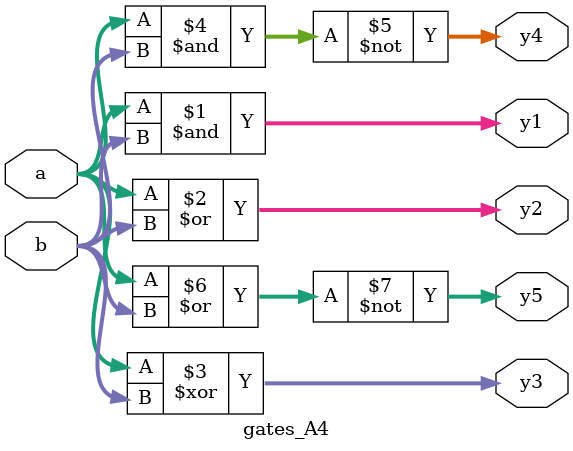
<source format=sv>
`timescale 1ns/1ps
module gates_A4
       #(parameter q = 2)
       (input logic [q-1:0] a, b,
       output logic [q-1:0] y1, y2, y3, y4, y5);

       /* five different two_input logic
       * gates acting on #-bit busses*/
       assign y1 = a & b;    //AND
       assign y2 = a | b;   //OR
       assign y3 = a ^ b;  //XOR
       assign y4 = ~(a & b);  //NAND
       assign y5 = ~(a | b); //NOR

endmodule
	

</source>
